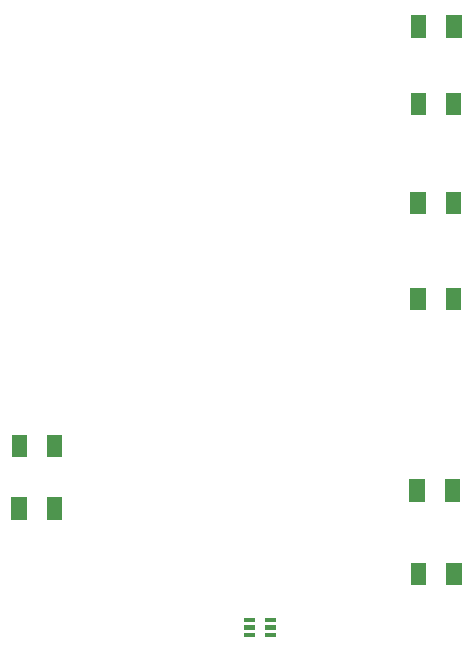
<source format=gbr>
G04 start of page 10 for group -4014 idx -4014 *
G04 Title: (unknown), bottompaste *
G04 Creator: pcb 20110918 *
G04 CreationDate: Sun 04 May 2014 08:11:11 PM GMT UTC *
G04 For: zach *
G04 Format: Gerber/RS-274X *
G04 PCB-Dimensions: 295500 350000 *
G04 PCB-Coordinate-Origin: lower left *
%MOIN*%
%FSLAX25Y25*%
%LNBOTTOMPASTE*%
%ADD82R,0.0150X0.0150*%
%ADD81R,0.0512X0.0512*%
G54D81*X117190Y86181D02*Y83819D01*
X129000Y86181D02*Y83819D01*
X128900Y65381D02*Y63019D01*
X117090Y65381D02*Y63019D01*
X261905Y135181D02*Y132819D01*
X250095Y135181D02*Y132819D01*
X262000Y200181D02*Y197819D01*
X250190Y200181D02*Y197819D01*
X261905Y167181D02*Y164819D01*
X250095Y167181D02*Y164819D01*
G54D82*X193000Y21900D02*X195000D01*
X193000Y24500D02*X195000D01*
X193000Y27000D02*X195000D01*
X200000D02*X202000D01*
X200000Y24500D02*X202000D01*
X200000Y21900D02*X202000D01*
G54D81*X262105Y225981D02*Y223619D01*
X250295Y225981D02*Y223619D01*
X261642Y71345D02*Y68983D01*
X249832Y71345D02*Y68983D01*
X262103Y43514D02*Y41152D01*
X250293Y43514D02*Y41152D01*
M02*

</source>
